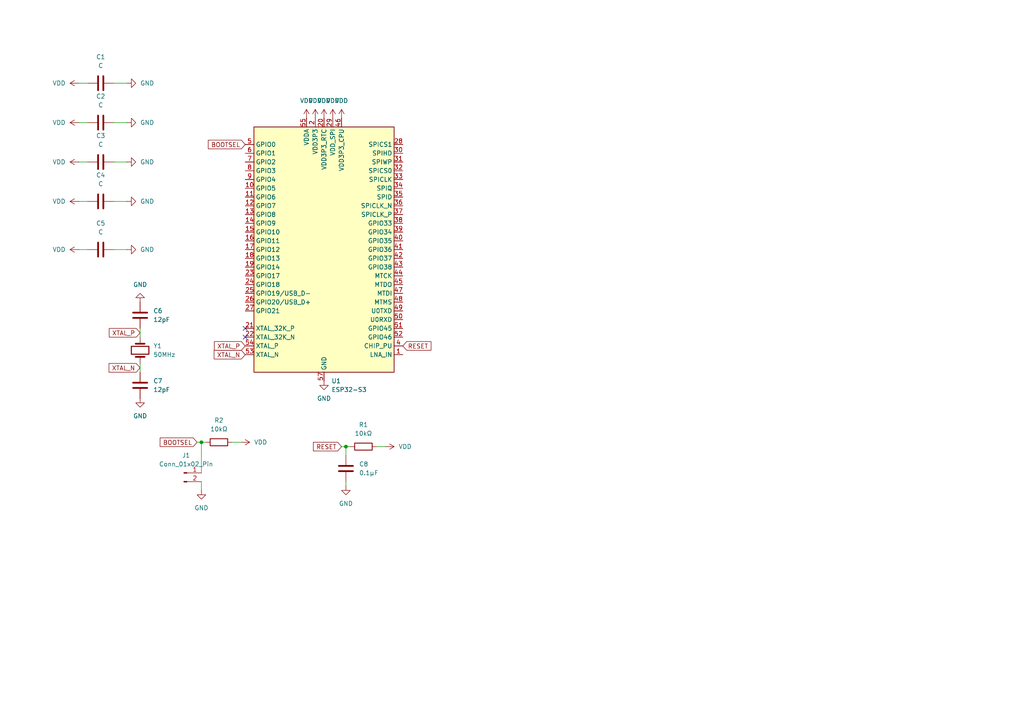
<source format=kicad_sch>
(kicad_sch (version 20250114) (generator "eeschema") (generator_version "9.0")
  (paper "A4")
  (lib_symbols
    (symbol "Connector:Conn_01x02_Pin" (pin_names (offset 1.016) (hide yes))
      (property "Reference" "J" (at 0 2.54 0))
      (property "Value" "Conn_01x02_Pin" (at 0 -5.08 0))
      (symbol "Conn_01x02_Pin_1_1"
        (rectangle (start 0.8636 0.127) (end 0 -0.127) (stroke (width 0.1524)) (fill (type outline)))
        (rectangle (start 0.8636 -2.413) (end 0 -2.667) (stroke (width 0.1524)) (fill (type outline)))
        (polyline (pts (xy 1.27 0) (xy 0.8636 0)) (stroke (width 0.1524)))
        (polyline (pts (xy 1.27 -2.54) (xy 0.8636 -2.54)) (stroke (width 0.1524)))
        (pin passive line (at 5.08 0 180) (length 3.81) (name "Pin_1") (number "1"))
        (pin passive line (at 5.08 -2.54 180) (length 3.81) (name "Pin_2") (number "2"))
      )
    )
    (symbol "Device:C" (pin_numbers (hide yes)) (pin_names (offset 0.254))
      (property "Reference" "C" (at 0.635 2.54 0))
      (property "Value" "C" (at 0.635 -2.54 0))
      (symbol "C_0_1"
        (polyline (pts (xy -2.032 0.762) (xy 2.032 0.762)) (stroke (width 0.508)))
        (polyline (pts (xy -2.032 -0.762) (xy 2.032 -0.762)) (stroke (width 0.508)))
      )
      (symbol "C_1_1"
        (pin passive line (at 0 3.81 270) (length 2.794) (name "~") (number "1"))
        (pin passive line (at 0 -3.81 90) (length 2.794) (name "~") (number "2"))
      )
    )
    (symbol "Device:Crystal" (pin_numbers (hide yes)) (pin_names (offset 1.016) (hide yes))
      (property "Reference" "Y" (at 0 3.81 0))
      (property "Value" "Crystal" (at 0 -3.81 0))
      (symbol "Crystal_0_1"
        (polyline (pts (xy -2.54 0) (xy -1.905 0)))
        (polyline (pts (xy -1.905 -1.27) (xy -1.905 1.27)) (stroke (width 0.508)))
        (rectangle (start -1.143 2.54) (end 1.143 -2.54) (stroke (width 0.3048)))
        (polyline (pts (xy 1.905 -1.27) (xy 1.905 1.27)) (stroke (width 0.508)))
        (polyline (pts (xy 2.54 0) (xy 1.905 0)))
      )
      (symbol "Crystal_1_1"
        (pin passive line (at -3.81 0 0) (length 1.27) (name "1") (number "1"))
        (pin passive line (at 3.81 0 180) (length 1.27) (name "2") (number "2"))
      )
    )
    (symbol "Device:R" (pin_numbers (hide yes)) (pin_names (offset 0))
      (property "Reference" "R" (at 2.032 0 90))
      (property "Value" "R" (at 0 0 90))
      (symbol "R_0_1"
        (rectangle (start -1.016 -2.54) (end 1.016 2.54) (stroke (width 0.254)))
      )
      (symbol "R_1_1"
        (pin passive line (at 0 3.81 270) (length 1.27) (name "~") (number "1"))
        (pin passive line (at 0 -3.81 90) (length 1.27) (name "~") (number "2"))
      )
    )
    (symbol "MCU_Espressif:ESP32-S3"
      (property "Reference" "U" (at 10.16 -38.1 0))
      (property "Value" "ESP32-S3" (at 13.97 -40.64 0))
      (symbol "ESP32-S3_0_1"
        (rectangle (start -20.32 35.56) (end 20.32 -35.56) (stroke (width 0.254)) (fill (type background)))
      )
      (symbol "ESP32-S3_1_0"
        (pin passive line (at -5.08 38.1 270) (length 2.54) (hide yes) (name "VDDA") (number "56"))
        (pin bidirectional line (at 22.86 12.7 180) (length 2.54) (name "SPICLK_N") (number "36"))
        (pin bidirectional line (at 22.86 -10.16 180) (length 2.54) (name "MTDO") (number "45"))
        (pin bidirectional line (at 22.86 -22.86 180) (length 2.54) (name "GPIO45") (number "51"))
      )
      (symbol "ESP32-S3_1_1"
        (pin bidirectional line (at -22.86 30.48 0) (length 2.54) (name "GPIO0") (number "5"))
        (pin bidirectional line (at -22.86 27.94 0) (length 2.54) (name "GPIO1") (number "6"))
        (pin bidirectional line (at -22.86 25.4 0) (length 2.54) (name "GPIO2") (number "7"))
        (pin bidirectional line (at -22.86 22.86 0) (length 2.54) (name "GPIO3") (number "8"))
        (pin bidirectional line (at -22.86 20.32 0) (length 2.54) (name "GPIO4") (number "9"))
        (pin bidirectional line (at -22.86 17.78 0) (length 2.54) (name "GPIO5") (number "10"))
        (pin bidirectional line (at -22.86 15.24 0) (length 2.54) (name "GPIO6") (number "11"))
        (pin bidirectional line (at -22.86 12.7 0) (length 2.54) (name "GPIO7") (number "12"))
        (pin bidirectional line (at -22.86 10.16 0) (length 2.54) (name "GPIO8") (number "13"))
        (pin bidirectional line (at -22.86 7.62 0) (length 2.54) (name "GPIO9") (number "14"))
        (pin bidirectional line (at -22.86 5.08 0) (length 2.54) (name "GPIO10") (number "15"))
        (pin bidirectional line (at -22.86 2.54 0) (length 2.54) (name "GPIO11") (number "16"))
        (pin bidirectional line (at -22.86 0 0) (length 2.54) (name "GPIO12") (number "17"))
        (pin bidirectional line (at -22.86 -2.54 0) (length 2.54) (name "GPIO13") (number "18"))
        (pin bidirectional line (at -22.86 -5.08 0) (length 2.54) (name "GPIO14") (number "19"))
        (pin bidirectional line (at -22.86 -7.62 0) (length 2.54) (name "GPIO17") (number "23"))
        (pin bidirectional line (at -22.86 -10.16 0) (length 2.54) (name "GPIO18") (number "24"))
        (pin bidirectional line (at -22.86 -12.7 0) (length 2.54) (name "GPIO19/USB_D-") (number "25"))
        (pin bidirectional line (at -22.86 -15.24 0) (length 2.54) (name "GPIO20/USB_D+") (number "26"))
        (pin bidirectional line (at -22.86 -17.78 0) (length 2.54) (name "GPIO21") (number "27"))
        (pin passive line (at -22.86 -22.86 0) (length 2.54) (name "XTAL_32K_P") (number "21"))
        (pin passive line (at -22.86 -25.4 0) (length 2.54) (name "XTAL_32K_N") (number "22"))
        (pin input line (at -22.86 -27.94 0) (length 2.54) (name "XTAL_P") (number "54"))
        (pin output line (at -22.86 -30.48 0) (length 2.54) (name "XTAL_N") (number "53"))
        (pin power_in line (at -5.08 38.1 270) (length 2.54) (name "VDDA") (number "55"))
        (pin power_in line (at -2.54 38.1 270) (length 2.54) (name "VDD3P3") (number "2"))
        (pin passive line (at -2.54 38.1 270) (length 2.54) (hide yes) (name "VDD3P3") (number "3"))
        (pin power_in line (at 0 38.1 270) (length 2.54) (name "VDD3P3_RTC") (number "20"))
        (pin power_in line (at 0 -38.1 90) (length 2.54) (name "GND") (number "57"))
        (pin power_in line (at 2.54 38.1 270) (length 2.54) (name "VDD_SPI") (number "29"))
        (pin power_in line (at 5.08 38.1 270) (length 2.54) (name "VDD3P3_CPU") (number "46"))
        (pin bidirectional line (at 22.86 30.48 180) (length 2.54) (name "SPICS1") (number "28"))
        (pin bidirectional line (at 22.86 27.94 180) (length 2.54) (name "SPIHD") (number "30"))
        (pin bidirectional line (at 22.86 25.4 180) (length 2.54) (name "SPIWP") (number "31"))
        (pin bidirectional line (at 22.86 22.86 180) (length 2.54) (name "SPICS0") (number "32"))
        (pin bidirectional line (at 22.86 20.32 180) (length 2.54) (name "SPICLK") (number "33"))
        (pin bidirectional line (at 22.86 17.78 180) (length 2.54) (name "SPIQ") (number "34"))
        (pin bidirectional line (at 22.86 15.24 180) (length 2.54) (name "SPID") (number "35"))
        (pin bidirectional line (at 22.86 10.16 180) (length 2.54) (name "SPICLK_P") (number "37"))
        (pin bidirectional line (at 22.86 7.62 180) (length 2.54) (name "GPIO33") (number "38"))
        (pin bidirectional line (at 22.86 5.08 180) (length 2.54) (name "GPIO34") (number "39"))
        (pin bidirectional line (at 22.86 2.54 180) (length 2.54) (name "GPIO35") (number "40"))
        (pin bidirectional line (at 22.86 0 180) (length 2.54) (name "GPIO36") (number "41"))
        (pin bidirectional line (at 22.86 -2.54 180) (length 2.54) (name "GPIO37") (number "42"))
        (pin bidirectional line (at 22.86 -5.08 180) (length 2.54) (name "GPIO38") (number "43"))
        (pin bidirectional line (at 22.86 -7.62 180) (length 2.54) (name "MTCK") (number "44"))
        (pin bidirectional line (at 22.86 -12.7 180) (length 2.54) (name "MTDI") (number "47"))
        (pin bidirectional line (at 22.86 -15.24 180) (length 2.54) (name "MTMS") (number "48"))
        (pin bidirectional line (at 22.86 -17.78 180) (length 2.54) (name "U0TXD") (number "49"))
        (pin bidirectional line (at 22.86 -20.32 180) (length 2.54) (name "U0RXD") (number "50"))
        (pin bidirectional line (at 22.86 -25.4 180) (length 2.54) (name "GPIO46") (number "52"))
        (pin input line (at 22.86 -27.94 180) (length 2.54) (name "CHIP_PU") (number "4"))
        (pin bidirectional line (at 22.86 -30.48 180) (length 2.54) (name "LNA_IN") (number "1"))
      )
    )
    (symbol "power:GND" (power) (pin_numbers (hide yes)) (pin_names (offset 0) (hide yes))
      (property "Value" "GND" (at 0 -3.81 0))
      (symbol "GND_0_1"
        (polyline (pts (xy 0 0) (xy 0 -1.27) (xy 1.27 -1.27) (xy 0 -2.54) (xy -1.27 -1.27) (xy 0 -1.27)))
      )
      (symbol "GND_1_1"
        (pin power_in line (at 0 0 270) (length 0) (name "~") (number "1"))
      )
    )
    (symbol "power:VDD" (power) (pin_numbers (hide yes)) (pin_names (offset 0) (hide yes))
      (property "Value" "VDD" (at 0 3.556 0))
      (symbol "VDD_0_1"
        (polyline (pts (xy -0.762 1.27) (xy 0 2.54)))
        (polyline (pts (xy 0 2.54) (xy 0.762 1.27)))
        (polyline (pts (xy 0 0) (xy 0 2.54)))
      )
      (symbol "VDD_1_1"
        (pin power_in line (at 0 0 90) (length 0) (name "~") (number "1"))
      )
    )
  )
  (junction (at 58.42 128.27))
  (junction (at 100.33 129.54))
  (no_connect (at 71.12 95.25))
  (no_connect (at 71.12 97.79))
  (wire (pts (xy 58.42 139.7) (xy 58.42 142.24)))
  (wire (pts (xy 100.33 129.54) (xy 101.6 129.54)))
  (wire (pts (xy 57.15 128.27) (xy 58.42 128.27)))
  (wire (pts (xy 40.64 105.41) (xy 40.64 107.95)))
  (wire (pts (xy 22.86 72.39) (xy 25.4 72.39)))
  (wire (pts (xy 22.86 58.42) (xy 25.4 58.42)))
  (wire (pts (xy 40.64 95.25) (xy 40.64 97.79)))
  (wire (pts (xy 22.86 35.56) (xy 25.4 35.56)))
  (wire (pts (xy 109.22 129.54) (xy 111.76 129.54)))
  (wire (pts (xy 22.86 24.13) (xy 25.4 24.13)))
  (wire (pts (xy 22.86 46.99) (xy 25.4 46.99)))
  (wire (pts (xy 33.02 58.42) (xy 36.83 58.42)))
  (wire (pts (xy 33.02 72.39) (xy 36.83 72.39)))
  (wire (pts (xy 33.02 35.56) (xy 36.83 35.56)))
  (wire (pts (xy 58.42 128.27) (xy 58.42 137.16)))
  (wire (pts (xy 100.33 139.7) (xy 100.33 140.97)))
  (wire (pts (xy 33.02 46.99) (xy 36.83 46.99)))
  (wire (pts (xy 33.02 24.13) (xy 36.83 24.13)))
  (wire (pts (xy 67.31 128.27) (xy 69.85 128.27)))
  (wire (pts (xy 99.06 129.54) (xy 100.33 129.54)))
  (wire (pts (xy 100.33 129.54) (xy 100.33 132.08)))
  (wire (pts (xy 58.42 128.27) (xy 59.69 128.27)))
  (global_label "RESET" (shape input) (at 99.06 129.54 180) (property "Intersheetrefs" "${INTERSHEET_REFS}" (effects (hide yes))))
  (global_label "XTAL_N" (shape input) (at 71.12 102.87 180) (property "Intersheetrefs" "${INTERSHEET_REFS}" (effects (hide yes))))
  (global_label "XTAL_P" (shape input) (at 71.12 100.33 180) (property "Intersheetrefs" "${INTERSHEET_REFS}" (effects (hide yes))))
  (global_label "RESET" (shape input) (at 116.84 100.33 0) (property "Intersheetrefs" "${INTERSHEET_REFS}" (effects (hide yes))))
  (global_label "BOOTSEL" (shape input) (at 71.12 41.91 180) (property "Intersheetrefs" "${INTERSHEET_REFS}" (effects (hide yes))))
  (global_label "XTAL_P" (shape input) (at 40.64 96.52 180) (property "Intersheetrefs" "${INTERSHEET_REFS}" (effects (hide yes))))
  (global_label "BOOTSEL" (shape input) (at 57.15 128.27 180) (property "Intersheetrefs" "${INTERSHEET_REFS}" (effects (hide yes))))
  (global_label "XTAL_N" (shape input) (at 40.64 106.68 180) (property "Intersheetrefs" "${INTERSHEET_REFS}" (effects (hide yes))))
  (symbol (lib_id "power:GND") (at 36.83 46.99 90) (unit 1)
    (property "Reference" "#PWR012" (effects (hide yes)))
    (property "Value" "GND" (at 40.64 46.9899 90) (effects (justify right)))
    (property "Description" "Power symbol creates a global label with name \"GND\" , ground" (effects (hide yes)))
  )
  (symbol (lib_id "power:GND") (at 58.42 142.24 0) (unit 1)
    (property "Reference" "#PWR022" (effects (hide yes)))
    (property "Value" "GND" (at 58.42 147.32 0))
    (property "Description" "Power symbol creates a global label with name \"GND\" , ground" (effects (hide yes)))
  )
  (symbol (lib_id "Device:R") (at 63.5 128.27 90) (unit 1)
    (property "Reference" "R2" (at 63.5 121.92 90))
    (property "Value" "10kΩ" (at 63.5 124.46 90))
    (property "Footprint" "Resistor_SMD:R_0805_2012Metric_Pad1.20x1.40mm_HandSolder" (effects (hide yes)))
    (property "Description" "Resistor" (effects (hide yes)))
  )
  (symbol (lib_id "power:VDD") (at 88.9 34.29 0) (unit 1)
    (property "Reference" "#PWR02" (effects (hide yes)))
    (property "Value" "VDD" (at 88.9 29.21 0))
    (property "Description" "Power symbol creates a global label with name \"VDD\"" (effects (hide yes)))
  )
  (symbol (lib_id "power:VDD") (at 96.52 34.29 0) (unit 1)
    (property "Reference" "#PWR05" (effects (hide yes)))
    (property "Value" "VDD" (at 96.52 29.21 0))
    (property "Description" "Power symbol creates a global label with name \"VDD\"" (effects (hide yes)))
  )
  (symbol (lib_id "power:VDD") (at 22.86 46.99 90) (unit 1)
    (property "Reference" "#PWR011" (effects (hide yes)))
    (property "Value" "VDD" (at 19.05 46.9899 90) (effects (justify left)))
    (property "Description" "Power symbol creates a global label with name \"VDD\"" (effects (hide yes)))
  )
  (symbol (lib_id "power:VDD") (at 91.44 34.29 0) (unit 1)
    (property "Reference" "#PWR03" (effects (hide yes)))
    (property "Value" "VDD" (at 91.44 29.21 0))
    (property "Description" "Power symbol creates a global label with name \"VDD\"" (effects (hide yes)))
  )
  (symbol (lib_id "power:GND") (at 100.33 140.97 0) (unit 1)
    (property "Reference" "#PWR020" (effects (hide yes)))
    (property "Value" "GND" (at 100.33 146.05 0))
    (property "Description" "Power symbol creates a global label with name \"GND\" , ground" (effects (hide yes)))
  )
  (symbol (lib_id "power:VDD") (at 111.76 129.54 270) (unit 1)
    (property "Reference" "#PWR019" (effects (hide yes)))
    (property "Value" "VDD" (at 115.57 129.5399 90) (effects (justify left)))
    (property "Description" "Power symbol creates a global label with name \"VDD\"" (effects (hide yes)))
  )
  (symbol (lib_id "Device:C") (at 29.21 46.99 90) (unit 1)
    (property "Reference" "C3" (at 29.21 39.37 90))
    (property "Value" "C" (at 29.21 41.91 90))
    (property "Footprint" "Capacitor_SMD:C_0805_2012Metric_Pad1.18x1.45mm_HandSolder" (effects (hide yes)))
    (property "Description" "Unpolarized capacitor" (effects (hide yes)))
  )
  (symbol (lib_id "Device:C") (at 29.21 35.56 90) (unit 1)
    (property "Reference" "C2" (at 29.21 27.94 90))
    (property "Value" "C" (at 29.21 30.48 90))
    (property "Footprint" "Capacitor_SMD:C_0805_2012Metric_Pad1.18x1.45mm_HandSolder" (effects (hide yes)))
    (property "Description" "Unpolarized capacitor" (effects (hide yes)))
  )
  (symbol (lib_id "power:GND") (at 36.83 24.13 90) (unit 1)
    (property "Reference" "#PWR08" (effects (hide yes)))
    (property "Value" "GND" (at 40.64 24.1299 90) (effects (justify right)))
    (property "Description" "Power symbol creates a global label with name \"GND\" , ground" (effects (hide yes)))
  )
  (symbol (lib_id "power:GND") (at 36.83 58.42 90) (unit 1)
    (property "Reference" "#PWR014" (effects (hide yes)))
    (property "Value" "GND" (at 40.64 58.4199 90) (effects (justify right)))
    (property "Description" "Power symbol creates a global label with name \"GND\" , ground" (effects (hide yes)))
  )
  (symbol (lib_id "Device:C") (at 29.21 58.42 90) (unit 1)
    (property "Reference" "C4" (at 29.21 50.8 90))
    (property "Value" "C" (at 29.21 53.34 90))
    (property "Footprint" "Capacitor_SMD:C_0805_2012Metric_Pad1.18x1.45mm_HandSolder" (effects (hide yes)))
    (property "Description" "Unpolarized capacitor" (effects (hide yes)))
  )
  (symbol (lib_id "Device:C") (at 40.64 91.44 0) (unit 1)
    (property "Reference" "C6" (at 44.45 90.1699 0) (effects (justify left)))
    (property "Value" "12pF" (at 44.45 92.7099 0) (effects (justify left)))
    (property "Footprint" "Capacitor_SMD:C_0603_1608Metric_Pad1.08x0.95mm_HandSolder" (effects (hide yes)))
    (property "Description" "Unpolarized capacitor" (effects (hide yes)))
  )
  (symbol (lib_id "Device:C") (at 100.33 135.89 0) (unit 1)
    (property "Reference" "C8" (at 104.14 134.6199 0) (effects (justify left)))
    (property "Value" "0.1µF" (at 104.14 137.1599 0) (effects (justify left)))
    (property "Footprint" "Capacitor_SMD:C_0805_2012Metric_Pad1.18x1.45mm_HandSolder" (effects (hide yes)))
    (property "Description" "Unpolarized capacitor" (effects (hide yes)))
  )
  (symbol (lib_id "power:GND") (at 93.98 110.49 0) (unit 1)
    (property "Reference" "#PWR01" (effects (hide yes)))
    (property "Value" "GND" (at 93.98 115.57 0))
    (property "Description" "Power symbol creates a global label with name \"GND\" , ground" (effects (hide yes)))
  )
  (symbol (lib_id "MCU_Espressif:ESP32-S3") (at 93.98 72.39 0) (unit 1)
    (property "Reference" "U1" (at 96.1233 110.49 0) (effects (justify left)))
    (property "Value" "ESP32-S3" (at 96.1233 113.03 0) (effects (justify left)))
    (property "Footprint" "Package_DFN_QFN:QFN-56-1EP_7x7mm_P0.4mm_EP4x4mm" (effects (hide yes)))
    (property "Datasheet" "https://www.espressif.com/sites/default/files/documentation/esp32-s3_datasheet_en.pdf" (effects (hide yes)))
    (property "Description" "Microcontroller, Wi-Fi 802.11b/g/n, Bluetooth, 32bit" (effects (hide yes)))
  )
  (symbol (lib_id "Device:C") (at 40.64 111.76 180) (unit 1)
    (property "Reference" "C7" (at 44.45 110.4899 0) (effects (justify right)))
    (property "Value" "12pF" (at 44.45 113.0299 0) (effects (justify right)))
    (property "Footprint" "Capacitor_SMD:C_0603_1608Metric_Pad1.08x0.95mm_HandSolder" (effects (hide yes)))
    (property "Description" "Unpolarized capacitor" (effects (hide yes)))
  )
  (symbol (lib_id "power:VDD") (at 22.86 58.42 90) (unit 1)
    (property "Reference" "#PWR013" (effects (hide yes)))
    (property "Value" "VDD" (at 19.05 58.4199 90) (effects (justify left)))
    (property "Description" "Power symbol creates a global label with name \"VDD\"" (effects (hide yes)))
  )
  (symbol (lib_id "power:GND") (at 40.64 87.63 180) (unit 1)
    (property "Reference" "#PWR017" (effects (hide yes)))
    (property "Value" "GND" (at 40.64 82.55 0))
    (property "Description" "Power symbol creates a global label with name \"GND\" , ground" (effects (hide yes)))
  )
  (symbol (lib_id "Connector:Conn_01x02_Pin") (at 53.34 137.16 0) (unit 1)
    (property "Reference" "J1" (at 53.975 132.08 0))
    (property "Value" "Conn_01x02_Pin" (at 53.975 134.62 0))
    (property "Footprint" "Connector_PinHeader_2.54mm:PinHeader_1x02_P2.54mm_Vertical" (effects (hide yes)))
    (property "Description" "Generic connector, single row, 01x02, script generated" (effects (hide yes)))
  )
  (symbol (lib_id "power:VDD") (at 22.86 72.39 90) (unit 1)
    (property "Reference" "#PWR015" (effects (hide yes)))
    (property "Value" "VDD" (at 19.05 72.3899 90) (effects (justify left)))
    (property "Description" "Power symbol creates a global label with name \"VDD\"" (effects (hide yes)))
  )
  (symbol (lib_id "power:GND") (at 36.83 35.56 90) (unit 1)
    (property "Reference" "#PWR010" (effects (hide yes)))
    (property "Value" "GND" (at 40.64 35.5599 90) (effects (justify right)))
    (property "Description" "Power symbol creates a global label with name \"GND\" , ground" (effects (hide yes)))
  )
  (symbol (lib_id "power:GND") (at 36.83 72.39 90) (unit 1)
    (property "Reference" "#PWR016" (effects (hide yes)))
    (property "Value" "GND" (at 40.64 72.3899 90) (effects (justify right)))
    (property "Description" "Power symbol creates a global label with name \"GND\" , ground" (effects (hide yes)))
  )
  (symbol (lib_id "power:VDD") (at 93.98 34.29 0) (unit 1)
    (property "Reference" "#PWR04" (effects (hide yes)))
    (property "Value" "VDD" (at 93.98 29.21 0))
    (property "Description" "Power symbol creates a global label with name \"VDD\"" (effects (hide yes)))
  )
  (symbol (lib_id "Device:Crystal") (at 40.64 101.6 90) (unit 1)
    (property "Reference" "Y1" (at 44.45 100.3299 90) (effects (justify right)))
    (property "Value" "50MHz" (at 44.45 102.8699 90) (effects (justify right)))
    (property "Footprint" "Crystal:Crystal_SMD_MicroCrystal_CC4V-T1A-2Pin_5.0x1.9mm_HandSoldering" (effects (hide yes)))
    (property "Description" "Two pin crystal" (effects (hide yes)))
  )
  (symbol (lib_id "power:VDD") (at 69.85 128.27 270) (unit 1)
    (property "Reference" "#PWR021" (effects (hide yes)))
    (property "Value" "VDD" (at 73.66 128.2699 90) (effects (justify left)))
    (property "Description" "Power symbol creates a global label with name \"VDD\"" (effects (hide yes)))
  )
  (symbol (lib_id "power:VDD") (at 22.86 35.56 90) (unit 1)
    (property "Reference" "#PWR09" (effects (hide yes)))
    (property "Value" "VDD" (at 19.05 35.5599 90) (effects (justify left)))
    (property "Description" "Power symbol creates a global label with name \"VDD\"" (effects (hide yes)))
  )
  (symbol (lib_id "power:VDD") (at 99.06 34.29 0) (unit 1)
    (property "Reference" "#PWR06" (effects (hide yes)))
    (property "Value" "VDD" (at 99.06 29.21 0))
    (property "Description" "Power symbol creates a global label with name \"VDD\"" (effects (hide yes)))
  )
  (symbol (lib_id "Device:R") (at 105.41 129.54 90) (unit 1)
    (property "Reference" "R1" (at 105.41 123.19 90))
    (property "Value" "10kΩ" (at 105.41 125.73 90))
    (property "Footprint" "Resistor_SMD:R_0805_2012Metric_Pad1.20x1.40mm_HandSolder" (effects (hide yes)))
    (property "Description" "Resistor" (effects (hide yes)))
  )
  (symbol (lib_id "Device:C") (at 29.21 24.13 90) (unit 1)
    (property "Reference" "C1" (at 29.21 16.51 90))
    (property "Value" "C" (at 29.21 19.05 90))
    (property "Footprint" "Capacitor_SMD:C_0805_2012Metric_Pad1.18x1.45mm_HandSolder" (effects (hide yes)))
    (property "Description" "Unpolarized capacitor" (effects (hide yes)))
  )
  (symbol (lib_id "power:GND") (at 40.64 115.57 0) (unit 1)
    (property "Reference" "#PWR018" (effects (hide yes)))
    (property "Value" "GND" (at 40.64 120.65 0))
    (property "Description" "Power symbol creates a global label with name \"GND\" , ground" (effects (hide yes)))
  )
  (symbol (lib_id "power:VDD") (at 22.86 24.13 90) (unit 1)
    (property "Reference" "#PWR07" (effects (hide yes)))
    (property "Value" "VDD" (at 19.05 24.1299 90) (effects (justify left)))
    (property "Description" "Power symbol creates a global label with name \"VDD\"" (effects (hide yes)))
  )
  (symbol (lib_id "Device:C") (at 29.21 72.39 90) (unit 1)
    (property "Reference" "C5" (at 29.21 64.77 90))
    (property "Value" "C" (at 29.21 67.31 90))
    (property "Footprint" "Capacitor_SMD:C_0805_2012Metric_Pad1.18x1.45mm_HandSolder" (effects (hide yes)))
    (property "Description" "Unpolarized capacitor" (effects (hide yes)))
  )
)
</source>
